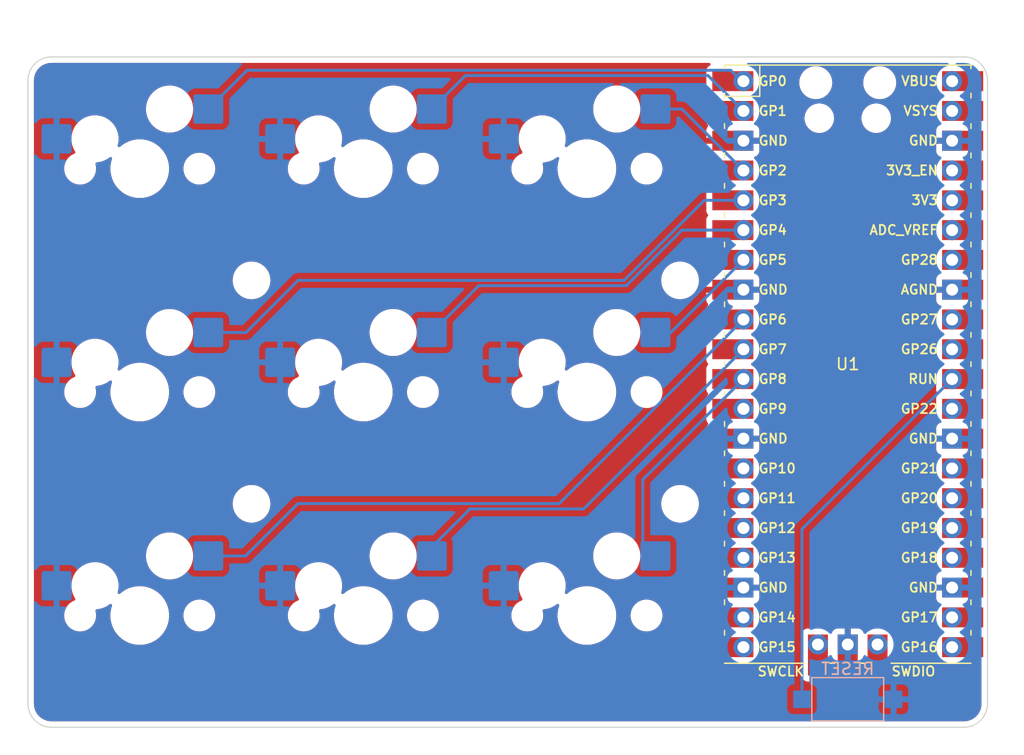
<source format=kicad_pcb>
(kicad_pcb (version 20211014) (generator pcbnew)
  (title_block (title "KneadPad9") (rev "1"))
  (layers (0 "F.Cu" signal) (31 "B.Cu" signal) (34 "B.Paste" user) (35 "F.Paste" user) (36 "B.SilkS" user "B.Silkscreen") (37 "F.SilkS" user "F.Silkscreen") (38 "B.Mask" user) (39 "F.Mask" user) (44 "Edge.Cuts" user))
  (net 0 "")
  (net 1 "GND")
  (net 2 "reset")
  (net 3 "sw0")
  (net 4 "sw1")
  (net 5 "sw2")
  (net 6 "sw3")
  (net 7 "sw4")
  (net 8 "sw5")
  (net 9 "sw8")
  (net 28 "VDD_3v3")
  (net 34 "sw6")
  (net 35 "sw7")
  (footprint "MountingHole:MountingHole_2.2mm_M2" (layer "F.Cu") (at 155.80625 79.05)
    (fp_text reference "REF**" hide)
    (fp_text value "MountingHole_2.2mm_M2")
    (pad "" np_thru_hole circle (at 0 0) (size 2.2 2.2) (drill 2.2) (layers *.Cu *.Mask))
  )
  (footprint "MX_Hotswap:MX-Hotswap-1U" (layer "F.Cu") (at 128.81875 107.625)
    (fp_text reference "SW8")
    (fp_text value "SW_Push")
    (pad "" np_thru_hole circle (at -3.81 -2.54) (size 3 3) (drill 3) (layers F&B.Cu *.Mask))
    (pad "" np_thru_hole circle (at 5.08 0 48.099) (size 1.7018 1.7018) (drill 1.7018) (layers F&B.Cu *.Mask))
    (pad "" np_thru_hole circle (at 0 0) (size 3.9878 3.9878) (drill 3.9878) (layers F&B.Cu *.Mask))
    (pad "" np_thru_hole circle (at 2.54 -5.08) (size 3 3) (drill 3) (layers F&B.Cu *.Mask))
    (pad "" np_thru_hole circle (at -5.08 0 48.099) (size 1.7018 1.7018) (drill 1.7018) (layers F&B.Cu *.Mask))
    (pad "1" smd roundrect (at -7.085 -2.54) (size 2.55 2.5) (layers "B.Cu" "B.Paste" "B.Mask") (roundrect_rratio 0.08) (net 1 "GND"))
    (pad "2" smd roundrect (at 5.842 -5.08) (size 2.55 2.5) (layers "B.Cu" "B.Paste" "B.Mask") (roundrect_rratio 0.08) (net 35 "sw7"))
  )
  (footprint "MountingHole:MountingHole_2.2mm_M2" (layer "F.Cu") (at 119.29375 79.05)
    (fp_text reference "REF**" hide)
    (fp_text value "MountingHole_2.2mm_M2")
    (pad "" np_thru_hole circle (at 0 0) (size 2.2 2.2) (drill 2.2) (layers *.Cu *.Mask))
  )
  (footprint "MX_Hotswap:MX-Hotswap-1U" (layer "F.Cu") (at 109.76875 107.625)
    (fp_text reference "SW7")
    (fp_text value "SW_Push")
    (pad "" np_thru_hole circle (at 0 0) (size 3.9878 3.9878) (drill 3.9878) (layers F&B.Cu *.Mask))
    (pad "" np_thru_hole circle (at 5.08 0 48.099) (size 1.7018 1.7018) (drill 1.7018) (layers F&B.Cu *.Mask))
    (pad "" np_thru_hole circle (at 2.54 -5.08) (size 3 3) (drill 3) (layers F&B.Cu *.Mask))
    (pad "" np_thru_hole circle (at -5.08 0 48.099) (size 1.7018 1.7018) (drill 1.7018) (layers F&B.Cu *.Mask))
    (pad "" np_thru_hole circle (at -3.81 -2.54) (size 3 3) (drill 3) (layers F&B.Cu *.Mask))
    (pad "1" smd roundrect (at -7.085 -2.54) (size 2.55 2.5) (layers "B.Cu" "B.Paste" "B.Mask") (roundrect_rratio 0.08) (net 1 "GND"))
    (pad "2" smd roundrect (at 5.842 -5.08) (size 2.55 2.5) (layers "B.Cu" "B.Paste" "B.Mask") (roundrect_rratio 0.08) (net 34 "sw6"))
  )
  (footprint "MountingHole:MountingHole_2.2mm_M2" (layer "F.Cu") (at 155.80625 98.1)
    (fp_text reference "REF**" hide)
    (fp_text value "MountingHole_2.2mm_M2")
    (pad "" np_thru_hole circle (at 0 0) (size 2.2 2.2) (drill 2.2) (layers *.Cu *.Mask))
  )
  (footprint "MX_Hotswap:MX-Hotswap-1U" (layer "F.Cu") (at 109.76875 69.525)
    (fp_text reference "SW1")
    (fp_text value "SW_Push")
    (pad "" np_thru_hole circle (at 2.54 -5.08) (size 3 3) (drill 3) (layers F&B.Cu *.Mask))
    (pad "" np_thru_hole circle (at -3.81 -2.54) (size 3 3) (drill 3) (layers F&B.Cu *.Mask))
    (pad "" np_thru_hole circle (at -5.08 0 48.099) (size 1.7018 1.7018) (drill 1.7018) (layers F&B.Cu *.Mask))
    (pad "" np_thru_hole circle (at 5.08 0 48.099) (size 1.7018 1.7018) (drill 1.7018) (layers F&B.Cu *.Mask))
    (pad "" np_thru_hole circle (at 0 0) (size 3.9878 3.9878) (drill 3.9878) (layers F&B.Cu *.Mask))
    (pad "1" smd roundrect (at -7.085 -2.54) (size 2.55 2.5) (layers "B.Cu" "B.Paste" "B.Mask") (roundrect_rratio 0.08) (net 1 "GND"))
    (pad "2" smd roundrect (at 5.842 -5.08) (size 2.55 2.5) (layers "B.Cu" "B.Paste" "B.Mask") (roundrect_rratio 0.08) (net 3 "sw0"))
  )
  (footprint "MX_Hotswap:MX-Hotswap-1U" (layer "F.Cu") (at 147.86875 69.525)
    (fp_text reference "SW3")
    (fp_text value "SW_Push")
    (pad "" np_thru_hole circle (at 5.08 0 48.099) (size 1.7018 1.7018) (drill 1.7018) (layers F&B.Cu *.Mask))
    (pad "" np_thru_hole circle (at 0 0) (size 3.9878 3.9878) (drill 3.9878) (layers F&B.Cu *.Mask))
    (pad "" np_thru_hole circle (at 2.54 -5.08) (size 3 3) (drill 3) (layers F&B.Cu *.Mask))
    (pad "" np_thru_hole circle (at -5.08 0 48.099) (size 1.7018 1.7018) (drill 1.7018) (layers F&B.Cu *.Mask))
    (pad "" np_thru_hole circle (at -3.81 -2.54) (size 3 3) (drill 3) (layers F&B.Cu *.Mask))
    (pad "1" smd roundrect (at -7.085 -2.54) (size 2.55 2.5) (layers "B.Cu" "B.Paste" "B.Mask") (roundrect_rratio 0.08) (net 1 "GND"))
    (pad "2" smd roundrect (at 5.842 -5.08) (size 2.55 2.5) (layers "B.Cu" "B.Paste" "B.Mask") (roundrect_rratio 0.08) (net 5 "sw2"))
  )
  (footprint "MX_Hotswap:MX-Hotswap-1U" (layer "F.Cu") (at 147.86875 88.575)
    (fp_text reference "SW6")
    (fp_text value "SW_Push")
    (pad "" np_thru_hole circle (at 0 0) (size 3.9878 3.9878) (drill 3.9878) (layers F&B.Cu *.Mask))
    (pad "" np_thru_hole circle (at -5.08 0 48.099) (size 1.7018 1.7018) (drill 1.7018) (layers F&B.Cu *.Mask))
    (pad "" np_thru_hole circle (at -3.81 -2.54) (size 3 3) (drill 3) (layers F&B.Cu *.Mask))
    (pad "" np_thru_hole circle (at 2.54 -5.08) (size 3 3) (drill 3) (layers F&B.Cu *.Mask))
    (pad "" np_thru_hole circle (at 5.08 0 48.099) (size 1.7018 1.7018) (drill 1.7018) (layers F&B.Cu *.Mask))
    (pad "1" smd roundrect (at -7.085 -2.54) (size 2.55 2.5) (layers "B.Cu" "B.Paste" "B.Mask") (roundrect_rratio 0.08) (net 1 "GND"))
    (pad "2" smd roundrect (at 5.842 -5.08) (size 2.55 2.5) (layers "B.Cu" "B.Paste" "B.Mask") (roundrect_rratio 0.08) (net 8 "sw5"))
  )
  (footprint "MX_Hotswap:MX-Hotswap-1U" (layer "F.Cu") (at 147.86875 107.625)
    (fp_text reference "SW9")
    (fp_text value "SW_Push")
    (pad "" np_thru_hole circle (at 0 0) (size 3.9878 3.9878) (drill 3.9878) (layers F&B.Cu *.Mask))
    (pad "" np_thru_hole circle (at 2.54 -5.08) (size 3 3) (drill 3) (layers F&B.Cu *.Mask))
    (pad "" np_thru_hole circle (at -3.81 -2.54) (size 3 3) (drill 3) (layers F&B.Cu *.Mask))
    (pad "" np_thru_hole circle (at 5.08 0 48.099) (size 1.7018 1.7018) (drill 1.7018) (layers F&B.Cu *.Mask))
    (pad "" np_thru_hole circle (at -5.08 0 48.099) (size 1.7018 1.7018) (drill 1.7018) (layers F&B.Cu *.Mask))
    (pad "1" smd roundrect (at -7.085 -2.54) (size 2.55 2.5) (layers "B.Cu" "B.Paste" "B.Mask") (roundrect_rratio 0.08) (net 1 "GND"))
    (pad "2" smd roundrect (at 5.842 -5.08) (size 2.55 2.5) (layers "B.Cu" "B.Paste" "B.Mask") (roundrect_rratio 0.08) (net 9 "sw8"))
  )
  (footprint "MX_Hotswap:MX-Hotswap-1U" (layer "F.Cu") (at 128.81875 69.525)
    (fp_text reference "SW2")
    (fp_text value "SW_Push")
    (pad "" np_thru_hole circle (at -5.08 0 48.099) (size 1.7018 1.7018) (drill 1.7018) (layers F&B.Cu *.Mask))
    (pad "" np_thru_hole circle (at -3.81 -2.54) (size 3 3) (drill 3) (layers F&B.Cu *.Mask))
    (pad "" np_thru_hole circle (at 2.54 -5.08) (size 3 3) (drill 3) (layers F&B.Cu *.Mask))
    (pad "" np_thru_hole circle (at 5.08 0 48.099) (size 1.7018 1.7018) (drill 1.7018) (layers F&B.Cu *.Mask))
    (pad "" np_thru_hole circle (at 0 0) (size 3.9878 3.9878) (drill 3.9878) (layers F&B.Cu *.Mask))
    (pad "1" smd roundrect (at -7.085 -2.54) (size 2.55 2.5) (layers "B.Cu" "B.Paste" "B.Mask") (roundrect_rratio 0.08) (net 1 "GND"))
    (pad "2" smd roundrect (at 5.842 -5.08) (size 2.55 2.5) (layers "B.Cu" "B.Paste" "B.Mask") (roundrect_rratio 0.08) (net 4 "sw1"))
  )
  (footprint "MX_Hotswap:MX-Hotswap-1U" (layer "F.Cu") (at 128.81875 88.575)
    (fp_text reference "SW5")
    (fp_text value "SW_Push")
    (pad "" np_thru_hole circle (at 0 0) (size 3.9878 3.9878) (drill 3.9878) (layers F&B.Cu *.Mask))
    (pad "" np_thru_hole circle (at -3.81 -2.54) (size 3 3) (drill 3) (layers F&B.Cu *.Mask))
    (pad "" np_thru_hole circle (at -5.08 0 48.099) (size 1.7018 1.7018) (drill 1.7018) (layers F&B.Cu *.Mask))
    (pad "" np_thru_hole circle (at 2.54 -5.08) (size 3 3) (drill 3) (layers F&B.Cu *.Mask))
    (pad "" np_thru_hole circle (at 5.08 0 48.099) (size 1.7018 1.7018) (drill 1.7018) (layers F&B.Cu *.Mask))
    (pad "1" smd roundrect (at -7.085 -2.54) (size 2.55 2.5) (layers "B.Cu" "B.Paste" "B.Mask") (roundrect_rratio 0.08) (net 1 "GND"))
    (pad "2" smd roundrect (at 5.842 -5.08) (size 2.55 2.5) (layers "B.Cu" "B.Paste" "B.Mask") (roundrect_rratio 0.08) (net 7 "sw4"))
  )
  (footprint "MX_Hotswap:MX-Hotswap-1U" (layer "F.Cu") (at 109.76875 88.575)
    (fp_text reference "SW4")
    (fp_text value "SW_Push")
    (pad "" np_thru_hole circle (at 5.08 0 48.099) (size 1.7018 1.7018) (drill 1.7018) (layers F&B.Cu *.Mask))
    (pad "" np_thru_hole circle (at -3.81 -2.54) (size 3 3) (drill 3) (layers F&B.Cu *.Mask))
    (pad "" np_thru_hole circle (at 2.54 -5.08) (size 3 3) (drill 3) (layers F&B.Cu *.Mask))
    (pad "" np_thru_hole circle (at -5.08 0 48.099) (size 1.7018 1.7018) (drill 1.7018) (layers F&B.Cu *.Mask))
    (pad "" np_thru_hole circle (at 0 0) (size 3.9878 3.9878) (drill 3.9878) (layers F&B.Cu *.Mask))
    (pad "1" smd roundrect (at -7.085 -2.54) (size 2.55 2.5) (layers "B.Cu" "B.Paste" "B.Mask") (roundrect_rratio 0.08) (net 1 "GND"))
    (pad "2" smd roundrect (at 5.842 -5.08) (size 2.55 2.5) (layers "B.Cu" "B.Paste" "B.Mask") (roundrect_rratio 0.08) (net 6 "sw3"))
  )
  (footprint "MountingHole:MountingHole_2.2mm_M2" (layer "F.Cu") (at 119.29375 98.1)
    (fp_text reference "REF**" hide)
    (fp_text value "MountingHole_2.2mm_M2")
    (pad "" np_thru_hole circle (at 0 0) (size 2.2 2.2) (drill 2.2) (layers *.Cu *.Mask))
  )
  (footprint "MCU_RaspberryPi_and_Boards:RPi_Pico_SMD_TH" (layer "F.Cu") (at 170.09375 86.19375)
    (fp_text reference "U1" (at 0 0) (layer "F.SilkS"))
    (fp_text value "Pico")
    (fp_text user "VBUS" (at 6.114881 -24.1375) (layer "F.SilkS") (effects (font (size 0.8 0.8))))
    (fp_text user "GP8" (at -6.388095 1.27) (layer "F.SilkS") (effects (font (size 0.8 0.8))))
    (fp_text user "SWCLK" (at -5.7 26.2) (layer "F.SilkS") (effects (font (size 0.8 0.8))))
    (fp_text user "GP2" (at -6.388095 -16.51) (layer "F.SilkS") (effects (font (size 0.8 0.8))))
    (fp_text user "GND" (at -6.35 19.05) (layer "F.SilkS") (effects (font (size 0.8 0.8))))
    (fp_text user "GP12" (at -6.007142 13.97) (layer "F.SilkS") (effects (font (size 0.8 0.8))))
    (fp_text user "3V3_EN" (at 5.467262 -16.516318) (layer "F.SilkS") (effects (font (size 0.8 0.8))))
    (fp_text user "GP1" (at -6.388095 -21.59) (layer "F.SilkS") (effects (font (size 0.8 0.8))))
    (fp_text user "GP11" (at -6.007142 11.43) (layer "F.SilkS") (effects (font (size 0.8 0.8))))
    (fp_text user "GP18" (at 6.095833 16.508804) (layer "F.SilkS") (effects (font (size 0.8 0.8))))
    (fp_text user "GP21" (at 6.095833 8.887622) (layer "F.SilkS") (effects (font (size 0.8 0.8))))
    (fp_text user "GND" (at -6.35 6.35) (layer "F.SilkS") (effects (font (size 0.8 0.8))))
    (fp_text user "GP20" (at 6.095833 11.428016) (layer "F.SilkS") (effects (font (size 0.8 0.8))))
    (fp_text user "GND" (at 6.43869 19.049198) (layer "F.SilkS") (effects (font (size 0.8 0.8))))
    (fp_text user "AGND" (at 6.095833 -6.354742) (layer "F.SilkS") (effects (font (size 0.8 0.8))))
    (fp_text user "GND" (at 6.43869 -19.056712) (layer "F.SilkS") (effects (font (size 0.8 0.8))))
    (fp_text user "GP26" (at 6.095833 -1.273954) (layer "F.SilkS") (effects (font (size 0.8 0.8))))
    (fp_text user "RUN" (at 6.419643 1.26644) (layer "F.SilkS") (effects (font (size 0.8 0.8))))
    (fp_text user "GP22" (at 6.095833 3.806834) (layer "F.SilkS") (effects (font (size 0.8 0.8))))
    (fp_text user "3V3" (at 6.552976 -13.975924) (layer "F.SilkS") (effects (font (size 0.8 0.8))))
    (fp_text user "GP9" (at -6.388095 3.81) (layer "F.SilkS") (effects (font (size 0.8 0.8))))
    (fp_text user "GND" (at 6.43869 6.347228) (layer "F.SilkS") (effects (font (size 0.8 0.8))))
    (fp_text user "GP5" (at -6.388095 -8.89) (layer "F.SilkS") (effects (font (size 0.8 0.8))))
    (fp_text user "GP6" (at -6.388095 -3.81) (layer "F.SilkS") (effects (font (size 0.8 0.8))))
    (fp_text user "GP28" (at 6.095833 -8.895136) (layer "F.SilkS") (effects (font (size 0.8 0.8))))
    (fp_text user "GND" (at -6.35 -19.05) (layer "F.SilkS") (effects (font (size 0.8 0.8))))
    (fp_text user "GP16" (at 6.095833 24.13) (layer "F.SilkS") (effects (font (size 0.8 0.8))))
    (fp_text user "GP27" (at 6.095833 -3.814348) (layer "F.SilkS") (effects (font (size 0.8 0.8))))
    (fp_text user "GND" (at -6.35 -6.35) (layer "F.SilkS") (effects (font (size 0.8 0.8))))
    (fp_text user "ADC_VREF" (at 4.7625 -11.43553) (layer "F.SilkS") (effects (font (size 0.8 0.8))))
    (fp_text user "VSYS" (at 6.210119 -21.597106) (layer "F.SilkS") (effects (font (size 0.8 0.8))))
    (fp_text user "GP10" (at -6.007142 8.89) (layer "F.SilkS") (effects (font (size 0.8 0.8))))
    (fp_text user "GP15" (at -6.007142 24.13) (layer "F.SilkS") (effects (font (size 0.8 0.8))))
    (fp_text user "SWDIO" (at 5.6 26.2) (layer "F.SilkS") (effects (font (size 0.8 0.8))))
    (fp_text user "GP14" (at -6.007142 21.59) (layer "F.SilkS") (effects (font (size 0.8 0.8))))
    (fp_text user "GP3" (at -6.388095 -13.97) (layer "F.SilkS") (effects (font (size 0.8 0.8))))
    (fp_text user "GP4" (at -6.388095 -11.43) (layer "F.SilkS") (effects (font (size 0.8 0.8))))
    (fp_text user "GP7" (at -6.388095 -1.27) (layer "F.SilkS") (effects (font (size 0.8 0.8))))
    (fp_text user "GP17" (at 6.095833 21.589592) (layer "F.SilkS") (effects (font (size 0.8 0.8))))
    (fp_text user "GP13" (at -6.007142 16.51) (layer "F.SilkS") (effects (font (size 0.8 0.8))))
    (fp_text user "GP0" (at -6.388095 -24.13) (layer "F.SilkS") (effects (font (size 0.8 0.8))))
    (fp_text user "GP19" (at 6.095833 13.96841) (layer "F.SilkS") (effects (font (size 0.8 0.8))))
    (fp_line (start -10.5 -25.5) (end -10.5 -25.2) (layer "F.SilkS") (width 0.12))
    (fp_line (start -1.5 25.5) (end -1.1 25.5) (layer "F.SilkS") (width 0.12))
    (fp_line (start -10.5 -10.4) (end -10.5 -10) (layer "F.SilkS") (width 0.12))
    (fp_line (start 10.5 7.4) (end 10.5 7.8) (layer "F.SilkS") (width 0.12))
    (fp_line (start -10.5 -0.2) (end -10.5 0.2) (layer "F.SilkS") (width 0.12))
    (fp_line (start -10.5 -5.3) (end -10.5 -4.9) (layer "F.SilkS") (width 0.12))
    (fp_line (start -10.5 2.3) (end -10.5 2.7) (layer "F.SilkS") (width 0.12))
    (fp_line (start 10.5 -20.5) (end 10.5 -20.1) (layer "F.SilkS") (width 0.12))
    (fp_line (start 10.5 22.7) (end 10.5 23.1) (layer "F.SilkS") (width 0.12))
    (fp_line (start 1.1 25.5) (end 1.5 25.5) (layer "F.SilkS") (width 0.12))
    (fp_line (start -10.5 20.1) (end -10.5 20.5) (layer "F.SilkS") (width 0.12))
    (fp_line (start 10.5 -18) (end 10.5 -17.6) (layer "F.SilkS") (width 0.12))
    (fp_line (start 10.5 12.5) (end 10.5 12.9) (layer "F.SilkS") (width 0.12))
    (fp_line (start 10.5 -0.2) (end 10.5 0.2) (layer "F.SilkS") (width 0.12))
    (fp_line (start 10.5 -25.5) (end 10.5 -25.2) (layer "F.SilkS") (width 0.12))
    (fp_line (start -10.5 -22.833) (end -7.493 -22.833) (layer "F.SilkS") (width 0.12))
    (fp_line (start -10.5 -18) (end -10.5 -17.6) (layer "F.SilkS") (width 0.12))
    (fp_line (start 10.5 -12.9) (end 10.5 -12.5) (layer "F.SilkS") (width 0.12))
    (fp_line (start -10.5 -15.4) (end -10.5 -15) (layer "F.SilkS") (width 0.12))
    (fp_line (start -10.5 -12.9) (end -10.5 -12.5) (layer "F.SilkS") (width 0.12))
    (fp_line (start 10.5 20.1) (end 10.5 20.5) (layer "F.SilkS") (width 0.12))
    (fp_line (start 10.5 -7.8) (end 10.5 -7.4) (layer "F.SilkS") (width 0.12))
    (fp_line (start -3.7 25.5) (end -10.5 25.5) (layer "F.SilkS") (width 0.12))
    (fp_line (start 10.5 2.3) (end 10.5 2.7) (layer "F.SilkS") (width 0.12))
    (fp_line (start 10.5 10) (end 10.5 10.4) (layer "F.SilkS") (width 0.12))
    (fp_line (start -10.5 17.6) (end -10.5 18) (layer "F.SilkS") (width 0.12))
    (fp_line (start -7.493 -22.833) (end -7.493 -25.5) (layer "F.SilkS") (width 0.12))
    (fp_line (start 10.5 -15.4) (end 10.5 -15) (layer "F.SilkS") (width 0.12))
    (fp_line (start 10.5 15.1) (end 10.5 15.5) (layer "F.SilkS") (width 0.12))
    (fp_line (start -10.5 -2.7) (end -10.5 -2.3) (layer "F.SilkS") (width 0.12))
    (fp_line (start -10.5 22.7) (end -10.5 23.1) (layer "F.SilkS") (width 0.12))
    (fp_line (start 10.5 -2.7) (end 10.5 -2.3) (layer "F.SilkS") (width 0.12))
    (fp_line (start -10.5 4.9) (end -10.5 5.3) (layer "F.SilkS") (width 0.12))
    (fp_line (start -10.5 -20.5) (end -10.5 -20.1) (layer "F.SilkS") (width 0.12))
    (fp_line (start -10.5 7.4) (end -10.5 7.8) (layer "F.SilkS") (width 0.12))
    (fp_line (start -10.5 12.5) (end -10.5 12.9) (layer "F.SilkS") (width 0.12))
    (fp_line (start 10.5 -10.4) (end 10.5 -10) (layer "F.SilkS") (width 0.12))
    (fp_line (start 10.5 4.9) (end 10.5 5.3) (layer "F.SilkS") (width 0.12))
    (fp_line (start -10.5 -25.5) (end 10.5 -25.5) (layer "F.SilkS") (width 0.12))
    (fp_line (start 10.5 -23.1) (end 10.5 -22.7) (layer "F.SilkS") (width 0.12))
    (fp_line (start -10.5 -23.1) (end -10.5 -22.7) (layer "F.SilkS") (width 0.12))
    (fp_line (start -10.5 10) (end -10.5 10.4) (layer "F.SilkS") (width 0.12))
    (fp_line (start 10.5 25.5) (end 3.7 25.5) (layer "F.SilkS") (width 0.12))
    (fp_line (start 10.5 -5.3) (end 10.5 -4.9) (layer "F.SilkS") (width 0.12))
    (fp_line (start -10.5 -7.8) (end -10.5 -7.4) (layer "F.SilkS") (width 0.12))
    (fp_line (start 10.5 17.6) (end 10.5 18) (layer "F.SilkS") (width 0.12))
    (fp_line (start -10.5 15.1) (end -10.5 15.5) (layer "F.SilkS") (width 0.12))
    (pad "" np_thru_hole oval (at 2.725 -24) (size 1.8 1.8) (drill 1.8) (layers *.Cu *.Mask))
    (pad "" np_thru_hole oval (at -2.425 -20.97) (size 1.5 1.5) (drill 1.5) (layers *.Cu *.Mask))
    (pad "" np_thru_hole oval (at -2.725 -24) (size 1.8 1.8) (drill 1.8) (layers *.Cu *.Mask))
    (pad "" np_thru_hole oval (at 2.425 -20.97) (size 1.5 1.5) (drill 1.5) (layers *.Cu *.Mask))
    (pad "1" smd rect (at -8.89 -24.13) (size 3.5 1.7) (drill (offset -0.9 0)) (layers "F.Cu" "F.Mask") (net 3 "sw0"))
    (pad "1" thru_hole oval (at -8.89 -24.13) (size 1.7 1.7) (drill 1.02) (layers *.Cu *.Mask) (net 3 "sw0"))
    (pad "2" smd rect (at -8.89 -21.59) (size 3.5 1.7) (drill (offset -0.9 0)) (layers "F.Cu" "F.Mask") (net 4 "sw1"))
    (pad "2" thru_hole oval (at -8.89 -21.59) (size 1.7 1.7) (drill 1.02) (layers *.Cu *.Mask) (net 4 "sw1"))
    (pad "3" smd rect (at -8.89 -19.05) (size 3.5 1.7) (drill (offset -0.9 0)) (layers "F.Cu" "F.Mask") (net 1 "GND"))
    (pad "3" thru_hole rect (at -8.89 -19.05) (size 1.7 1.7) (drill 1.02) (layers *.Cu *.Mask) (net 1 "GND"))
    (pad "4" smd rect (at -8.89 -16.51) (size 3.5 1.7) (drill (offset -0.9 0)) (layers "F.Cu" "F.Mask") (net 5 "sw2"))
    (pad "4" thru_hole oval (at -8.89 -16.51) (size 1.7 1.7) (drill 1.02) (layers *.Cu *.Mask) (net 5 "sw2"))
    (pad "5" smd rect (at -8.89 -13.97) (size 3.5 1.7) (drill (offset -0.9 0)) (layers "F.Cu" "F.Mask") (net 6 "sw3"))
    (pad "5" thru_hole oval (at -8.89 -13.97) (size 1.7 1.7) (drill 1.02) (layers *.Cu *.Mask) (net 6 "sw3"))
    (pad "6" thru_hole oval (at -8.89 -11.43) (size 1.7 1.7) (drill 1.02) (layers *.Cu *.Mask) (net 7 "sw4"))
    (pad "6" smd rect (at -8.89 -11.43) (size 3.5 1.7) (drill (offset -0.9 0)) (layers "F.Cu" "F.Mask") (net 7 "sw4"))
    (pad "7" smd rect (at -8.89 -8.89) (size 3.5 1.7) (drill (offset -0.9 0)) (layers "F.Cu" "F.Mask") (net 8 "sw5"))
    (pad "7" thru_hole oval (at -8.89 -8.89) (size 1.7 1.7) (drill 1.02) (layers *.Cu *.Mask) (net 8 "sw5"))
    (pad "8" smd rect (at -8.89 -6.35) (size 3.5 1.7) (drill (offset -0.9 0)) (layers "F.Cu" "F.Mask") (net 1 "GND"))
    (pad "8" thru_hole rect (at -8.89 -6.35) (size 1.7 1.7) (drill 1.02) (layers *.Cu *.Mask) (net 1 "GND"))
    (pad "9" smd rect (at -8.89 -3.81) (size 3.5 1.7) (drill (offset -0.9 0)) (layers "F.Cu" "F.Mask") (net 34 "sw6"))
    (pad "9" thru_hole oval (at -8.89 -3.81) (size 1.7 1.7) (drill 1.02) (layers *.Cu *.Mask) (net 34 "sw6"))
    (pad "10" thru_hole oval (at -8.89 -1.27) (size 1.7 1.7) (drill 1.02) (layers *.Cu *.Mask) (net 35 "sw7"))
    (pad "10" smd rect (at -8.89 -1.27) (size 3.5 1.7) (drill (offset -0.9 0)) (layers "F.Cu" "F.Mask") (net 35 "sw7"))
    (pad "11" thru_hole oval (at -8.89 1.27) (size 1.7 1.7) (drill 1.02) (layers *.Cu *.Mask) (net 9 "sw8"))
    (pad "11" smd rect (at -8.89 1.27) (size 3.5 1.7) (drill (offset -0.9 0)) (layers "F.Cu" "F.Mask") (net 9 "sw8"))
    (pad "12" smd rect (at -8.89 3.81) (size 3.5 1.7) (drill (offset -0.9 0)) (layers "F.Cu" "F.Mask"))
    (pad "12" thru_hole oval (at -8.89 3.81) (size 1.7 1.7) (drill 1.02) (layers *.Cu *.Mask))
    (pad "13" thru_hole rect (at -8.89 6.35) (size 1.7 1.7) (drill 1.02) (layers *.Cu *.Mask) (net 1 "GND"))
    (pad "13" smd rect (at -8.89 6.35) (size 3.5 1.7) (drill (offset -0.9 0)) (layers "F.Cu" "F.Mask") (net 1 "GND"))
    (pad "14" smd rect (at -8.89 8.89) (size 3.5 1.7) (drill (offset -0.9 0)) (layers "F.Cu" "F.Mask"))
    (pad "14" thru_hole oval (at -8.89 8.89) (size 1.7 1.7) (drill 1.02) (layers *.Cu *.Mask))
    (pad "15" smd rect (at -8.89 11.43) (size 3.5 1.7) (drill (offset -0.9 0)) (layers "F.Cu" "F.Mask"))
    (pad "15" thru_hole oval (at -8.89 11.43) (size 1.7 1.7) (drill 1.02) (layers *.Cu *.Mask))
    (pad "16" smd rect (at -8.89 13.97) (size 3.5 1.7) (drill (offset -0.9 0)) (layers "F.Cu" "F.Mask"))
    (pad "16" thru_hole oval (at -8.89 13.97) (size 1.7 1.7) (drill 1.02) (layers *.Cu *.Mask))
    (pad "17" smd rect (at -8.89 16.51) (size 3.5 1.7) (drill (offset -0.9 0)) (layers "F.Cu" "F.Mask"))
    (pad "17" thru_hole oval (at -8.89 16.51) (size 1.7 1.7) (drill 1.02) (layers *.Cu *.Mask))
    (pad "18" smd rect (at -8.89 19.05) (size 3.5 1.7) (drill (offset -0.9 0)) (layers "F.Cu" "F.Mask") (net 1 "GND"))
    (pad "18" thru_hole rect (at -8.89 19.05) (size 1.7 1.7) (drill 1.02) (layers *.Cu *.Mask) (net 1 "GND"))
    (pad "19" smd rect (at -8.89 21.59) (size 3.5 1.7) (drill (offset -0.9 0)) (layers "F.Cu" "F.Mask"))
    (pad "19" thru_hole oval (at -8.89 21.59) (size 1.7 1.7) (drill 1.02) (layers *.Cu *.Mask))
    (pad "20" smd rect (at -8.89 24.13) (size 3.5 1.7) (drill (offset -0.9 0)) (layers "F.Cu" "F.Mask"))
    (pad "20" thru_hole oval (at -8.89 24.13) (size 1.7 1.7) (drill 1.02) (layers *.Cu *.Mask))
    (pad "21" smd rect (at 8.89 24.13) (size 3.5 1.7) (drill (offset 0.9 0)) (layers "F.Cu" "F.Mask"))
    (pad "21" thru_hole oval (at 8.89 24.13) (size 1.7 1.7) (drill 1.02) (layers *.Cu *.Mask))
    (pad "22" smd rect (at 8.89 21.59) (size 3.5 1.7) (drill (offset 0.9 0)) (layers "F.Cu" "F.Mask"))
    (pad "22" thru_hole oval (at 8.89 21.59) (size 1.7 1.7) (drill 1.02) (layers *.Cu *.Mask))
    (pad "23" thru_hole rect (at 8.89 19.05) (size 1.7 1.7) (drill 1.02) (layers *.Cu *.Mask) (net 1 "GND"))
    (pad "23" smd rect (at 8.89 19.05) (size 3.5 1.7) (drill (offset 0.9 0)) (layers "F.Cu" "F.Mask") (net 1 "GND"))
    (pad "24" smd rect (at 8.89 16.51) (size 3.5 1.7) (drill (offset 0.9 0)) (layers "F.Cu" "F.Mask"))
    (pad "24" thru_hole oval (at 8.89 16.51) (size 1.7 1.7) (drill 1.02) (layers *.Cu *.Mask))
    (pad "25" smd rect (at 8.89 13.97) (size 3.5 1.7) (drill (offset 0.9 0)) (layers "F.Cu" "F.Mask"))
    (pad "25" thru_hole oval (at 8.89 13.97) (size 1.7 1.7) (drill 1.02) (layers *.Cu *.Mask))
    (pad "26" thru_hole oval (at 8.89 11.43) (size 1.7 1.7) (drill 1.02) (layers *.Cu *.Mask))
    (pad "26" smd rect (at 8.89 11.43) (size 3.5 1.7) (drill (offset 0.9 0)) (layers "F.Cu" "F.Mask"))
    (pad "27" thru_hole oval (at 8.89 8.89) (size 1.7 1.7) (drill 1.02) (layers *.Cu *.Mask))
    (pad "27" smd rect (at 8.89 8.89) (size 3.5 1.7) (drill (offset 0.9 0)) (layers "F.Cu" "F.Mask"))
    (pad "28" thru_hole rect (at 8.89 6.35) (size 1.7 1.7) (drill 1.02) (layers *.Cu *.Mask) (net 1 "GND"))
    (pad "28" smd rect (at 8.89 6.35) (size 3.5 1.7) (drill (offset 0.9 0)) (layers "F.Cu" "F.Mask") (net 1 "GND"))
    (pad "29" thru_hole oval (at 8.89 3.81) (size 1.7 1.7) (drill 1.02) (layers *.Cu *.Mask))
    (pad "29" smd rect (at 8.89 3.81) (size 3.5 1.7) (drill (offset 0.9 0)) (layers "F.Cu" "F.Mask"))
    (pad "30" smd rect (at 8.89 1.27) (size 3.5 1.7) (drill (offset 0.9 0)) (layers "F.Cu" "F.Mask") (net 2 "reset"))
    (pad "30" thru_hole oval (at 8.89 1.27) (size 1.7 1.7) (drill 1.02) (layers *.Cu *.Mask) (net 2 "reset"))
    (pad "31" smd rect (at 8.89 -1.27) (size 3.5 1.7) (drill (offset 0.9 0)) (layers "F.Cu" "F.Mask"))
    (pad "31" thru_hole oval (at 8.89 -1.27) (size 1.7 1.7) (drill 1.02) (layers *.Cu *.Mask))
    (pad "32" smd rect (at 8.89 -3.81) (size 3.5 1.7) (drill (offset 0.9 0)) (layers "F.Cu" "F.Mask"))
    (pad "32" thru_hole oval (at 8.89 -3.81) (size 1.7 1.7) (drill 1.02) (layers *.Cu *.Mask))
    (pad "33" thru_hole rect (at 8.89 -6.35) (size 1.7 1.7) (drill 1.02) (layers *.Cu *.Mask) (net 1 "GND"))
    (pad "33" smd rect (at 8.89 -6.35) (size 3.5 1.7) (drill (offset 0.9 0)) (layers "F.Cu" "F.Mask") (net 1 "GND"))
    (pad "34" smd rect (at 8.89 -8.89) (size 3.5 1.7) (drill (offset 0.9 0)) (layers "F.Cu" "F.Mask"))
    (pad "34" thru_hole oval (at 8.89 -8.89) (size 1.7 1.7) (drill 1.02) (layers *.Cu *.Mask))
    (pad "35" smd rect (at 8.89 -11.43) (size 3.5 1.7) (drill (offset 0.9 0)) (layers "F.Cu" "F.Mask"))
    (pad "35" thru_hole oval (at 8.89 -11.43) (size 1.7 1.7) (drill 1.02) (layers *.Cu *.Mask))
    (pad "36" thru_hole oval (at 8.89 -13.97) (size 1.7 1.7) (drill 1.02) (layers *.Cu *.Mask) (net 28 "VDD_3v3"))
    (pad "36" smd rect (at 8.89 -13.97) (size 3.5 1.7) (drill (offset 0.9 0)) (layers "F.Cu" "F.Mask") (net 28 "VDD_3v3"))
    (pad "37" thru_hole oval (at 8.89 -16.51) (size 1.7 1.7) (drill 1.02) (layers *.Cu *.Mask))
    (pad "37" smd rect (at 8.89 -16.51) (size 3.5 1.7) (drill (offset 0.9 0)) (layers "F.Cu" "F.Mask"))
    (pad "38" smd rect (at 8.89 -19.05) (size 3.5 1.7) (drill (offset 0.9 0)) (layers "F.Cu" "F.Mask") (net 1 "GND"))
    (pad "38" thru_hole rect (at 8.89 -19.05) (size 1.7 1.7) (drill 1.02) (layers *.Cu *.Mask) (net 1 "GND"))
    (pad "39" thru_hole oval (at 8.89 -21.59) (size 1.7 1.7) (drill 1.02) (layers *.Cu *.Mask))
    (pad "39" smd rect (at 8.89 -21.59) (size 3.5 1.7) (drill (offset 0.9 0)) (layers "F.Cu" "F.Mask"))
    (pad "40" thru_hole oval (at 8.89 -24.13) (size 1.7 1.7) (drill 1.02) (layers *.Cu *.Mask))
    (pad "40" smd rect (at 8.89 -24.13) (size 3.5 1.7) (drill (offset 0.9 0)) (layers "F.Cu" "F.Mask"))
    (pad "41" smd rect (at -2.54 23.9 90) (size 3.5 1.7) (drill (offset -0.9 0)) (layers "F.Cu" "F.Mask"))
    (pad "41" thru_hole oval (at -2.54 23.9) (size 1.7 1.7) (drill 1.02) (layers *.Cu *.Mask))
    (pad "42" thru_hole rect (at 0 23.9) (size 1.7 1.7) (drill 1.02) (layers *.Cu *.Mask) (net 1 "GND"))
    (pad "42" smd rect (at 0 23.9 90) (size 3.5 1.7) (drill (offset -0.9 0)) (layers "F.Cu" "F.Mask") (net 1 "GND"))
    (pad "43" thru_hole oval (at 2.54 23.9) (size 1.7 1.7) (drill 1.02) (layers *.Cu *.Mask))
    (pad "43" smd rect (at 2.54 23.9 90) (size 3.5 1.7) (drill (offset -0.9 0)) (layers "F.Cu" "F.Mask"))
  )
  (footprint "Button_Switch_SMD:SW_SPST_CK_RS282G05A3" (layer "B.Cu") (at 170.09375 114.76875 180)
    (fp_text reference "RESET" (at 0 2.6) (layer "B.SilkS") (effects (justify mirror)))
    (fp_text value "SW_Push")
    (fp_line (start -3.06 1.85) (end 3.06 1.85) (layer "B.SilkS") (width 0.12))
    (fp_line (start 3.06 1.85) (end 3.06 -1.85) (layer "B.SilkS") (width 0.12))
    (fp_line (start -3.06 -1.85) (end -3.06 1.85) (layer "B.SilkS") (width 0.12))
    (fp_line (start 3.06 -1.85) (end -3.06 -1.85) (layer "B.SilkS") (width 0.12))
    (pad "1" smd rect (at -3.9 0 180) (size 1.5 1.5) (layers "B.Cu" "B.Paste" "B.Mask") (net 1 "GND"))
    (pad "2" smd rect (at 3.9 0 180) (size 1.5 1.5) (layers "B.Cu" "B.Paste" "B.Mask") (net 2 "reset"))
  )
  (gr_line (start 182 62) (end 182 115.15) (layer "Edge.Cuts") (width 0.1))
  (gr_arc (start 102.24375 117.15) (mid 100.829536 116.564214) (end 100.24375 115.15) (layer "Edge.Cuts") (width 0.1))
  (gr_line (start 102.24375 60) (end 180 60) (layer "Edge.Cuts") (width 0.1))
  (gr_line (start 100.24375 62) (end 100.24375 115.15) (layer "Edge.Cuts") (width 0.1))
  (gr_arc (start 180 60) (mid 181.414214 60.585786) (end 182 62) (layer "Edge.Cuts") (width 0.1))
  (gr_arc (start 182 115.15) (mid 181.414214 116.564214) (end 180 117.15) (layer "Edge.Cuts") (width 0.1))
  (gr_arc (start 100.24375 62) (mid 100.829536 60.585786) (end 102.24375 60) (layer "Edge.Cuts") (width 0.1))
  (gr_line (start 102.24375 117.15) (end 180 117.15) (layer "Edge.Cuts") (width 0.1))
  (segment (start 166.19375 114.76875) (end 166.19375 100.25375) (width 0.25) (layer "B.Cu") (net 2))
  (segment (start 166.19375 100.25375) (end 178.98375 87.46375) (width 0.25) (layer "B.Cu") (net 2))
  (segment (start 160.11923 61.13798) (end 161.045 62.06375) (width 0.25) (layer "B.Cu") (net 3))
  (segment (start 118.91777 61.13798) (end 160.11923 61.13798) (width 0.25) (layer "B.Cu") (net 3))
  (segment (start 115.61075 64.445) (end 118.91777 61.13798) (width 0.25) (layer "B.Cu") (net 3))
  (segment (start 161.045 62.06375) (end 161.20375 62.06375) (width 0.25) (layer "B.Cu") (net 3))
  (segment (start 137.51825 61.5875) (end 158.1875 61.5875) (width 0.25) (layer "B.Cu") (net 4))
  (segment (start 134.66075 64.445) (end 137.51825 61.5875) (width 0.25) (layer "B.Cu") (net 4))
  (segment (start 158.1875 61.5875) (end 161.20375 64.60375) (width 0.25) (layer "B.Cu") (net 4))
  (segment (start 153.71075 64.445) (end 155.965 64.445) (width 0.25) (layer "B.Cu") (net 5))
  (segment (start 155.965 64.445) (end 161.20375 69.68375) (width 0.25) (layer "B.Cu") (net 5))
  (segment (start 151.04375 79.05) (end 157.87 72.22375) (width 0.25) (layer "B.Cu") (net 6))
  (segment (start 123.2625 79.05) (end 151.04375 79.05) (width 0.25) (layer "B.Cu") (net 6))
  (segment (start 157.87 72.22375) (end 161.20375 72.22375) (width 0.25) (layer "B.Cu") (net 6))
  (segment (start 118.8175 83.495) (end 123.2625 79.05) (width 0.25) (layer "B.Cu") (net 6))
  (segment (start 115.61075 83.495) (end 118.8175 83.495) (width 0.25) (layer "B.Cu") (net 6))
  (segment (start 138.65575 79.5) (end 151.229468 79.5) (width 0.25) (layer "B.Cu") (net 7))
  (segment (start 155.965718 74.76375) (end 161.20375 74.76375) (width 0.25) (layer "B.Cu") (net 7))
  (segment (start 134.66075 83.495) (end 138.65575 79.5) (width 0.25) (layer "B.Cu") (net 7))
  (segment (start 151.229468 79.5) (end 155.965718 74.76375) (width 0.25) (layer "B.Cu") (net 7))
  (segment (start 155.0125 83.495) (end 161.20375 77.30375) (width 0.25) (layer "B.Cu") (net 8))
  (segment (start 153.71075 83.495) (end 155.0125 83.495) (width 0.25) (layer "B.Cu") (net 8))
  (segment (start 152.63125 96.03625) (end 161.20375 87.46375) (width 0.25) (layer "B.Cu") (net 9))
  (segment (start 153.71075 102.545) (end 152.63125 101.4655) (width 0.25) (layer "B.Cu") (net 9))
  (segment (start 152.63125 101.4655) (end 152.63125 96.03625) (width 0.25) (layer "B.Cu") (net 9))
  (segment (start 123.246625 98.084125) (end 145.503375 98.084125) (width 0.25) (layer "B.Cu") (net 34))
  (segment (start 118.78575 102.545) (end 123.246625 98.084125) (width 0.25) (layer "B.Cu") (net 34))
  (segment (start 115.61075 102.545) (end 118.78575 102.545) (width 0.25) (layer "B.Cu") (net 34))
  (segment (start 145.503375 98.084125) (end 161.20375 82.38375) (width 0.25) (layer "B.Cu") (net 34))
  (segment (start 134.66075 101.783) (end 137.910105 98.533645) (width 0.25) (layer "B.Cu") (net 35))
  (segment (start 145.127395 98.533645) (end 147.593855 98.533645) (width 0.25) (layer "B.Cu") (net 35))
  (segment (start 134.66075 102.545) (end 134.66075 101.783) (width 0.25) (layer "B.Cu") (net 35))
  (segment (start 137.910105 98.533645) (end 145.127395 98.533645) (width 0.25) (layer "B.Cu") (net 35))
  (segment (start 147.593855 98.533645) (end 161.20375 84.92375) (width 0.25) (layer "B.Cu") (net 35))
  (zone (net 1) (net_name "GND") (layers F&B.Cu) (connect_pads (clearance 0.508)) (min_thickness 0.254) (fill yes (thermal_gap 0.508) (thermal_bridge_width 0.508))
    (polygon (pts (xy 183.5875 119.53125) (xy 97.8625 119.53125) (xy 97.8625 57.61875) (xy 183.5875 57.61875)))
  )
)
</source>
